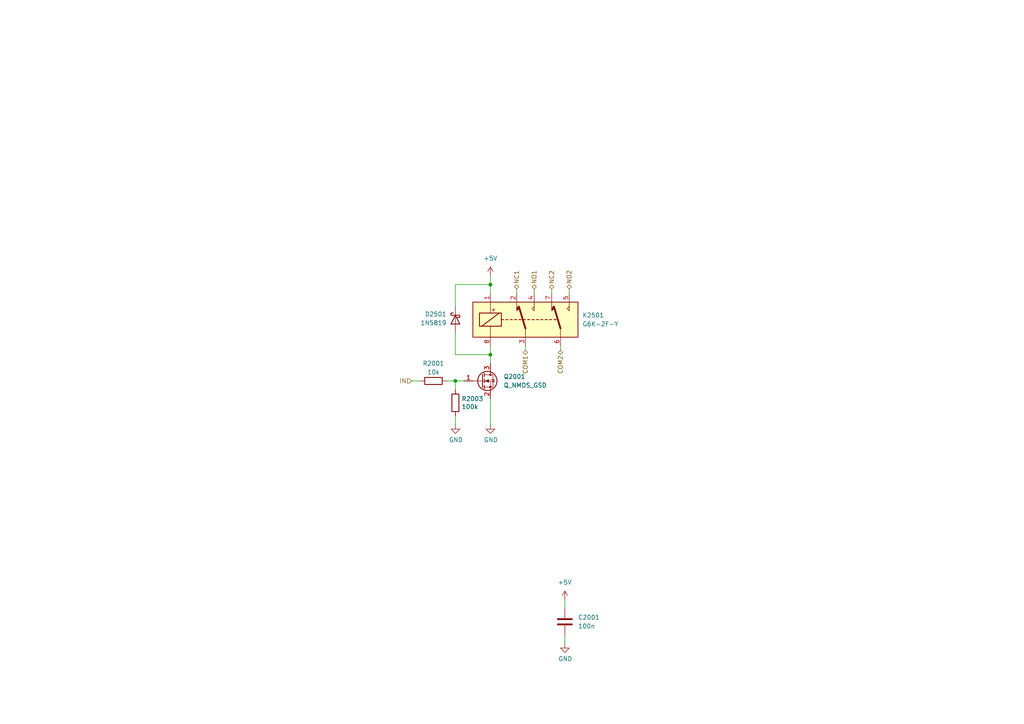
<source format=kicad_sch>
(kicad_sch (version 20211123) (generator eeschema)

  (uuid f44c4014-3636-4a0c-9c0b-1efe7e91179e)

  (paper "A4")

  (lib_symbols
    (symbol "AZ850-x_1" (in_bom yes) (on_board yes)
      (property "Reference" "K2501" (id 0) (at 16.51 1.2701 0)
        (effects (font (size 1.27 1.27)) (justify left))
      )
      (property "Value" "AZ850-x_1" (id 1) (at 16.51 -1.2699 0)
        (effects (font (size 1.27 1.27)) (justify left))
      )
      (property "Footprint" "Relay_SMD:Relay_DPDT_Omron_G6K-2F-Y" (id 2) (at 13.97 1.27 0)
        (effects (font (size 1.27 1.27)) hide)
      )
      (property "Datasheet" "http://www.azettler.com/pdfs/az850.pdf" (id 3) (at 0 0 0)
        (effects (font (size 1.27 1.27)) hide)
      )
      (property "ki_keywords" "Miniature Polarised Relay Dual Pole" (id 4) (at 0 0 0)
        (effects (font (size 1.27 1.27)) hide)
      )
      (property "ki_description" "American Zettler, Microminiature Polarised Dual Pole Relay" (id 5) (at 0 0 0)
        (effects (font (size 1.27 1.27)) hide)
      )
      (property "ki_fp_filters" "Relay*DPDT*FRT5*" (id 6) (at 0 0 0)
        (effects (font (size 1.27 1.27)) hide)
      )
      (symbol "AZ850-x_1_0_0"
        (text "+" (at -9.271 2.921 0)
          (effects (font (size 1.27 1.27)))
        )
      )
      (symbol "AZ850-x_1_0_1"
        (rectangle (start -15.24 5.08) (end 15.24 -5.08)
          (stroke (width 0.254) (type default) (color 0 0 0 0))
          (fill (type background))
        )
        (rectangle (start -13.335 1.905) (end -6.985 -1.905)
          (stroke (width 0.254) (type default) (color 0 0 0 0))
          (fill (type none))
        )
        (polyline
          (pts
            (xy -12.7 -1.905)
            (xy -7.62 1.905)
          )
          (stroke (width 0.254) (type default) (color 0 0 0 0))
          (fill (type none))
        )
        (polyline
          (pts
            (xy -10.16 -5.08)
            (xy -10.16 -1.905)
          )
          (stroke (width 0) (type default) (color 0 0 0 0))
          (fill (type none))
        )
        (polyline
          (pts
            (xy -10.16 5.08)
            (xy -10.16 1.905)
          )
          (stroke (width 0) (type default) (color 0 0 0 0))
          (fill (type none))
        )
        (polyline
          (pts
            (xy -6.985 0)
            (xy -6.35 0)
          )
          (stroke (width 0.254) (type default) (color 0 0 0 0))
          (fill (type none))
        )
        (polyline
          (pts
            (xy -5.715 0)
            (xy -5.08 0)
          )
          (stroke (width 0.254) (type default) (color 0 0 0 0))
          (fill (type none))
        )
        (polyline
          (pts
            (xy -4.445 0)
            (xy -3.81 0)
          )
          (stroke (width 0.254) (type default) (color 0 0 0 0))
          (fill (type none))
        )
        (polyline
          (pts
            (xy -3.175 0)
            (xy -2.54 0)
          )
          (stroke (width 0.254) (type default) (color 0 0 0 0))
          (fill (type none))
        )
        (polyline
          (pts
            (xy -1.905 0)
            (xy -1.27 0)
          )
          (stroke (width 0.254) (type default) (color 0 0 0 0))
          (fill (type none))
        )
        (polyline
          (pts
            (xy -0.635 0)
            (xy 0 0)
          )
          (stroke (width 0.254) (type default) (color 0 0 0 0))
          (fill (type none))
        )
        (polyline
          (pts
            (xy 0 -2.54)
            (xy -1.905 3.81)
          )
          (stroke (width 0.508) (type default) (color 0 0 0 0))
          (fill (type none))
        )
        (polyline
          (pts
            (xy 0 -2.54)
            (xy 0 -5.08)
          )
          (stroke (width 0) (type default) (color 0 0 0 0))
          (fill (type none))
        )
        (polyline
          (pts
            (xy 0.635 0)
            (xy 1.27 0)
          )
          (stroke (width 0.254) (type default) (color 0 0 0 0))
          (fill (type none))
        )
        (polyline
          (pts
            (xy 1.905 0)
            (xy 2.54 0)
          )
          (stroke (width 0.254) (type default) (color 0 0 0 0))
          (fill (type none))
        )
        (polyline
          (pts
            (xy 3.175 0)
            (xy 3.81 0)
          )
          (stroke (width 0.254) (type default) (color 0 0 0 0))
          (fill (type none))
        )
        (polyline
          (pts
            (xy 4.445 0)
            (xy 5.08 0)
          )
          (stroke (width 0.254) (type default) (color 0 0 0 0))
          (fill (type none))
        )
        (polyline
          (pts
            (xy 5.715 0)
            (xy 6.35 0)
          )
          (stroke (width 0.254) (type default) (color 0 0 0 0))
          (fill (type none))
        )
        (polyline
          (pts
            (xy 6.985 0)
            (xy 7.62 0)
          )
          (stroke (width 0.254) (type default) (color 0 0 0 0))
          (fill (type none))
        )
        (polyline
          (pts
            (xy 8.255 0)
            (xy 8.89 0)
          )
          (stroke (width 0.254) (type default) (color 0 0 0 0))
          (fill (type none))
        )
        (polyline
          (pts
            (xy 10.16 -2.54)
            (xy 8.255 3.81)
          )
          (stroke (width 0.508) (type default) (color 0 0 0 0))
          (fill (type none))
        )
        (polyline
          (pts
            (xy 10.16 -2.54)
            (xy 10.16 -5.08)
          )
          (stroke (width 0) (type default) (color 0 0 0 0))
          (fill (type none))
        )
        (polyline
          (pts
            (xy -2.54 5.08)
            (xy -2.54 2.54)
            (xy -1.905 3.175)
            (xy -2.54 3.81)
          )
          (stroke (width 0) (type default) (color 0 0 0 0))
          (fill (type outline))
        )
        (polyline
          (pts
            (xy 2.54 5.08)
            (xy 2.54 2.54)
            (xy 1.905 3.175)
            (xy 2.54 3.81)
          )
          (stroke (width 0) (type default) (color 0 0 0 0))
          (fill (type none))
        )
        (polyline
          (pts
            (xy 7.62 5.08)
            (xy 7.62 2.54)
            (xy 8.255 3.175)
            (xy 7.62 3.81)
          )
          (stroke (width 0) (type default) (color 0 0 0 0))
          (fill (type outline))
        )
        (polyline
          (pts
            (xy 12.7 5.08)
            (xy 12.7 2.54)
            (xy 12.065 3.175)
            (xy 12.7 3.81)
          )
          (stroke (width 0) (type default) (color 0 0 0 0))
          (fill (type none))
        )
      )
      (symbol "AZ850-x_1_1_1"
        (pin passive line (at -10.16 7.62 270) (length 2.54)
          (name "~" (effects (font (size 1.27 1.27))))
          (number "1" (effects (font (size 1.27 1.27))))
        )
        (pin passive line (at -2.54 7.62 270) (length 2.54)
          (name "~" (effects (font (size 1.27 1.27))))
          (number "2" (effects (font (size 1.27 1.27))))
        )
        (pin passive line (at 0 -7.62 90) (length 2.54)
          (name "~" (effects (font (size 1.27 1.27))))
          (number "3" (effects (font (size 1.27 1.27))))
        )
        (pin passive line (at 2.54 7.62 270) (length 2.54)
          (name "~" (effects (font (size 1.27 1.27))))
          (number "4" (effects (font (size 1.27 1.27))))
        )
        (pin passive line (at 12.7 7.62 270) (length 2.54)
          (name "~" (effects (font (size 1.27 1.27))))
          (number "5" (effects (font (size 1.27 1.27))))
        )
        (pin passive line (at 10.16 -7.62 90) (length 2.54)
          (name "~" (effects (font (size 1.27 1.27))))
          (number "6" (effects (font (size 1.27 1.27))))
        )
        (pin passive line (at 7.62 7.62 270) (length 2.54)
          (name "~" (effects (font (size 1.27 1.27))))
          (number "7" (effects (font (size 1.27 1.27))))
        )
        (pin passive line (at -10.16 -7.62 90) (length 2.54)
          (name "~" (effects (font (size 1.27 1.27))))
          (number "8" (effects (font (size 1.27 1.27))))
        )
      )
    )
    (symbol "Device:C" (pin_numbers hide) (pin_names (offset 0.254)) (in_bom yes) (on_board yes)
      (property "Reference" "C" (id 0) (at 0.635 2.54 0)
        (effects (font (size 1.27 1.27)) (justify left))
      )
      (property "Value" "C" (id 1) (at 0.635 -2.54 0)
        (effects (font (size 1.27 1.27)) (justify left))
      )
      (property "Footprint" "" (id 2) (at 0.9652 -3.81 0)
        (effects (font (size 1.27 1.27)) hide)
      )
      (property "Datasheet" "~" (id 3) (at 0 0 0)
        (effects (font (size 1.27 1.27)) hide)
      )
      (property "ki_keywords" "cap capacitor" (id 4) (at 0 0 0)
        (effects (font (size 1.27 1.27)) hide)
      )
      (property "ki_description" "Unpolarized capacitor" (id 5) (at 0 0 0)
        (effects (font (size 1.27 1.27)) hide)
      )
      (property "ki_fp_filters" "C_*" (id 6) (at 0 0 0)
        (effects (font (size 1.27 1.27)) hide)
      )
      (symbol "C_0_1"
        (polyline
          (pts
            (xy -2.032 -0.762)
            (xy 2.032 -0.762)
          )
          (stroke (width 0.508) (type default) (color 0 0 0 0))
          (fill (type none))
        )
        (polyline
          (pts
            (xy -2.032 0.762)
            (xy 2.032 0.762)
          )
          (stroke (width 0.508) (type default) (color 0 0 0 0))
          (fill (type none))
        )
      )
      (symbol "C_1_1"
        (pin passive line (at 0 3.81 270) (length 2.794)
          (name "~" (effects (font (size 1.27 1.27))))
          (number "1" (effects (font (size 1.27 1.27))))
        )
        (pin passive line (at 0 -3.81 90) (length 2.794)
          (name "~" (effects (font (size 1.27 1.27))))
          (number "2" (effects (font (size 1.27 1.27))))
        )
      )
    )
    (symbol "Device:Q_NMOS_GSD" (pin_names (offset 0) hide) (in_bom yes) (on_board yes)
      (property "Reference" "Q" (id 0) (at 5.08 1.27 0)
        (effects (font (size 1.27 1.27)) (justify left))
      )
      (property "Value" "Q_NMOS_GSD" (id 1) (at 5.08 -1.27 0)
        (effects (font (size 1.27 1.27)) (justify left))
      )
      (property "Footprint" "" (id 2) (at 5.08 2.54 0)
        (effects (font (size 1.27 1.27)) hide)
      )
      (property "Datasheet" "~" (id 3) (at 0 0 0)
        (effects (font (size 1.27 1.27)) hide)
      )
      (property "ki_keywords" "transistor NMOS N-MOS N-MOSFET" (id 4) (at 0 0 0)
        (effects (font (size 1.27 1.27)) hide)
      )
      (property "ki_description" "N-MOSFET transistor, gate/source/drain" (id 5) (at 0 0 0)
        (effects (font (size 1.27 1.27)) hide)
      )
      (symbol "Q_NMOS_GSD_0_1"
        (polyline
          (pts
            (xy 0.254 0)
            (xy -2.54 0)
          )
          (stroke (width 0) (type default) (color 0 0 0 0))
          (fill (type none))
        )
        (polyline
          (pts
            (xy 0.254 1.905)
            (xy 0.254 -1.905)
          )
          (stroke (width 0.254) (type default) (color 0 0 0 0))
          (fill (type none))
        )
        (polyline
          (pts
            (xy 0.762 -1.27)
            (xy 0.762 -2.286)
          )
          (stroke (width 0.254) (type default) (color 0 0 0 0))
          (fill (type none))
        )
        (polyline
          (pts
            (xy 0.762 0.508)
            (xy 0.762 -0.508)
          )
          (stroke (width 0.254) (type default) (color 0 0 0 0))
          (fill (type none))
        )
        (polyline
          (pts
            (xy 0.762 2.286)
            (xy 0.762 1.27)
          )
          (stroke (width 0.254) (type default) (color 0 0 0 0))
          (fill (type none))
        )
        (polyline
          (pts
            (xy 2.54 2.54)
            (xy 2.54 1.778)
          )
          (stroke (width 0) (type default) (color 0 0 0 0))
          (fill (type none))
        )
        (polyline
          (pts
            (xy 2.54 -2.54)
            (xy 2.54 0)
            (xy 0.762 0)
          )
          (stroke (width 0) (type default) (color 0 0 0 0))
          (fill (type none))
        )
        (polyline
          (pts
            (xy 0.762 -1.778)
            (xy 3.302 -1.778)
            (xy 3.302 1.778)
            (xy 0.762 1.778)
          )
          (stroke (width 0) (type default) (color 0 0 0 0))
          (fill (type none))
        )
        (polyline
          (pts
            (xy 1.016 0)
            (xy 2.032 0.381)
            (xy 2.032 -0.381)
            (xy 1.016 0)
          )
          (stroke (width 0) (type default) (color 0 0 0 0))
          (fill (type outline))
        )
        (polyline
          (pts
            (xy 2.794 0.508)
            (xy 2.921 0.381)
            (xy 3.683 0.381)
            (xy 3.81 0.254)
          )
          (stroke (width 0) (type default) (color 0 0 0 0))
          (fill (type none))
        )
        (polyline
          (pts
            (xy 3.302 0.381)
            (xy 2.921 -0.254)
            (xy 3.683 -0.254)
            (xy 3.302 0.381)
          )
          (stroke (width 0) (type default) (color 0 0 0 0))
          (fill (type none))
        )
        (circle (center 1.651 0) (radius 2.794)
          (stroke (width 0.254) (type default) (color 0 0 0 0))
          (fill (type none))
        )
        (circle (center 2.54 -1.778) (radius 0.254)
          (stroke (width 0) (type default) (color 0 0 0 0))
          (fill (type outline))
        )
        (circle (center 2.54 1.778) (radius 0.254)
          (stroke (width 0) (type default) (color 0 0 0 0))
          (fill (type outline))
        )
      )
      (symbol "Q_NMOS_GSD_1_1"
        (pin input line (at -5.08 0 0) (length 2.54)
          (name "G" (effects (font (size 1.27 1.27))))
          (number "1" (effects (font (size 1.27 1.27))))
        )
        (pin passive line (at 2.54 -5.08 90) (length 2.54)
          (name "S" (effects (font (size 1.27 1.27))))
          (number "2" (effects (font (size 1.27 1.27))))
        )
        (pin passive line (at 2.54 5.08 270) (length 2.54)
          (name "D" (effects (font (size 1.27 1.27))))
          (number "3" (effects (font (size 1.27 1.27))))
        )
      )
    )
    (symbol "Device:R" (pin_numbers hide) (pin_names (offset 0)) (in_bom yes) (on_board yes)
      (property "Reference" "R" (id 0) (at 2.032 0 90)
        (effects (font (size 1.27 1.27)))
      )
      (property "Value" "R" (id 1) (at 0 0 90)
        (effects (font (size 1.27 1.27)))
      )
      (property "Footprint" "" (id 2) (at -1.778 0 90)
        (effects (font (size 1.27 1.27)) hide)
      )
      (property "Datasheet" "~" (id 3) (at 0 0 0)
        (effects (font (size 1.27 1.27)) hide)
      )
      (property "ki_keywords" "R res resistor" (id 4) (at 0 0 0)
        (effects (font (size 1.27 1.27)) hide)
      )
      (property "ki_description" "Resistor" (id 5) (at 0 0 0)
        (effects (font (size 1.27 1.27)) hide)
      )
      (property "ki_fp_filters" "R_*" (id 6) (at 0 0 0)
        (effects (font (size 1.27 1.27)) hide)
      )
      (symbol "R_0_1"
        (rectangle (start -1.016 -2.54) (end 1.016 2.54)
          (stroke (width 0.254) (type default) (color 0 0 0 0))
          (fill (type none))
        )
      )
      (symbol "R_1_1"
        (pin passive line (at 0 3.81 270) (length 1.27)
          (name "~" (effects (font (size 1.27 1.27))))
          (number "1" (effects (font (size 1.27 1.27))))
        )
        (pin passive line (at 0 -3.81 90) (length 1.27)
          (name "~" (effects (font (size 1.27 1.27))))
          (number "2" (effects (font (size 1.27 1.27))))
        )
      )
    )
    (symbol "Diode:1N5819" (pin_numbers hide) (pin_names (offset 1.016) hide) (in_bom yes) (on_board yes)
      (property "Reference" "D" (id 0) (at 0 2.54 0)
        (effects (font (size 1.27 1.27)))
      )
      (property "Value" "1N5819" (id 1) (at 0 -2.54 0)
        (effects (font (size 1.27 1.27)))
      )
      (property "Footprint" "Diode_THT:D_DO-41_SOD81_P10.16mm_Horizontal" (id 2) (at 0 -4.445 0)
        (effects (font (size 1.27 1.27)) hide)
      )
      (property "Datasheet" "http://www.vishay.com/docs/88525/1n5817.pdf" (id 3) (at 0 0 0)
        (effects (font (size 1.27 1.27)) hide)
      )
      (property "ki_keywords" "diode Schottky" (id 4) (at 0 0 0)
        (effects (font (size 1.27 1.27)) hide)
      )
      (property "ki_description" "40V 1A Schottky Barrier Rectifier Diode, DO-41" (id 5) (at 0 0 0)
        (effects (font (size 1.27 1.27)) hide)
      )
      (property "ki_fp_filters" "D*DO?41*" (id 6) (at 0 0 0)
        (effects (font (size 1.27 1.27)) hide)
      )
      (symbol "1N5819_0_1"
        (polyline
          (pts
            (xy 1.27 0)
            (xy -1.27 0)
          )
          (stroke (width 0) (type default) (color 0 0 0 0))
          (fill (type none))
        )
        (polyline
          (pts
            (xy 1.27 1.27)
            (xy 1.27 -1.27)
            (xy -1.27 0)
            (xy 1.27 1.27)
          )
          (stroke (width 0.254) (type default) (color 0 0 0 0))
          (fill (type none))
        )
        (polyline
          (pts
            (xy -1.905 0.635)
            (xy -1.905 1.27)
            (xy -1.27 1.27)
            (xy -1.27 -1.27)
            (xy -0.635 -1.27)
            (xy -0.635 -0.635)
          )
          (stroke (width 0.254) (type default) (color 0 0 0 0))
          (fill (type none))
        )
      )
      (symbol "1N5819_1_1"
        (pin passive line (at -3.81 0 0) (length 2.54)
          (name "K" (effects (font (size 1.27 1.27))))
          (number "1" (effects (font (size 1.27 1.27))))
        )
        (pin passive line (at 3.81 0 180) (length 2.54)
          (name "A" (effects (font (size 1.27 1.27))))
          (number "2" (effects (font (size 1.27 1.27))))
        )
      )
    )
    (symbol "power:+5V" (power) (pin_names (offset 0)) (in_bom yes) (on_board yes)
      (property "Reference" "#PWR" (id 0) (at 0 -3.81 0)
        (effects (font (size 1.27 1.27)) hide)
      )
      (property "Value" "+5V" (id 1) (at 0 3.556 0)
        (effects (font (size 1.27 1.27)))
      )
      (property "Footprint" "" (id 2) (at 0 0 0)
        (effects (font (size 1.27 1.27)) hide)
      )
      (property "Datasheet" "" (id 3) (at 0 0 0)
        (effects (font (size 1.27 1.27)) hide)
      )
      (property "ki_keywords" "power-flag" (id 4) (at 0 0 0)
        (effects (font (size 1.27 1.27)) hide)
      )
      (property "ki_description" "Power symbol creates a global label with name \"+5V\"" (id 5) (at 0 0 0)
        (effects (font (size 1.27 1.27)) hide)
      )
      (symbol "+5V_0_1"
        (polyline
          (pts
            (xy -0.762 1.27)
            (xy 0 2.54)
          )
          (stroke (width 0) (type default) (color 0 0 0 0))
          (fill (type none))
        )
        (polyline
          (pts
            (xy 0 0)
            (xy 0 2.54)
          )
          (stroke (width 0) (type default) (color 0 0 0 0))
          (fill (type none))
        )
        (polyline
          (pts
            (xy 0 2.54)
            (xy 0.762 1.27)
          )
          (stroke (width 0) (type default) (color 0 0 0 0))
          (fill (type none))
        )
      )
      (symbol "+5V_1_1"
        (pin power_in line (at 0 0 90) (length 0) hide
          (name "+5V" (effects (font (size 1.27 1.27))))
          (number "1" (effects (font (size 1.27 1.27))))
        )
      )
    )
    (symbol "power:GND" (power) (pin_names (offset 0)) (in_bom yes) (on_board yes)
      (property "Reference" "#PWR" (id 0) (at 0 -6.35 0)
        (effects (font (size 1.27 1.27)) hide)
      )
      (property "Value" "GND" (id 1) (at 0 -3.81 0)
        (effects (font (size 1.27 1.27)))
      )
      (property "Footprint" "" (id 2) (at 0 0 0)
        (effects (font (size 1.27 1.27)) hide)
      )
      (property "Datasheet" "" (id 3) (at 0 0 0)
        (effects (font (size 1.27 1.27)) hide)
      )
      (property "ki_keywords" "power-flag" (id 4) (at 0 0 0)
        (effects (font (size 1.27 1.27)) hide)
      )
      (property "ki_description" "Power symbol creates a global label with name \"GND\" , ground" (id 5) (at 0 0 0)
        (effects (font (size 1.27 1.27)) hide)
      )
      (symbol "GND_0_1"
        (polyline
          (pts
            (xy 0 0)
            (xy 0 -1.27)
            (xy 1.27 -1.27)
            (xy 0 -2.54)
            (xy -1.27 -1.27)
            (xy 0 -1.27)
          )
          (stroke (width 0) (type default) (color 0 0 0 0))
          (fill (type none))
        )
      )
      (symbol "GND_1_1"
        (pin power_in line (at 0 0 270) (length 0) hide
          (name "GND" (effects (font (size 1.27 1.27))))
          (number "1" (effects (font (size 1.27 1.27))))
        )
      )
    )
  )


  (junction (at 142.24 82.55) (diameter 0) (color 0 0 0 0)
    (uuid 177cf96c-12ed-4863-a0ea-89340b9b3d0d)
  )
  (junction (at 142.24 102.87) (diameter 0) (color 0 0 0 0)
    (uuid 30678058-fe35-492c-9c4c-d77adc56ab69)
  )
  (junction (at 132.08 110.49) (diameter 0) (color 0 0 0 0)
    (uuid c4367312-ed8a-46bd-bcda-17b680bdf4f5)
  )

  (wire (pts (xy 132.08 82.55) (xy 142.24 82.55))
    (stroke (width 0) (type default) (color 0 0 0 0))
    (uuid 16fe4c3d-06bc-4156-96fa-4370058d7565)
  )
  (wire (pts (xy 149.86 83.82) (xy 149.86 85.09))
    (stroke (width 0) (type default) (color 0 0 0 0))
    (uuid 18127921-eb1f-4f14-8643-2a6877d2e87f)
  )
  (wire (pts (xy 142.24 82.55) (xy 142.24 85.09))
    (stroke (width 0) (type default) (color 0 0 0 0))
    (uuid 28ed18ce-e8ca-4b51-b88a-11893d79c476)
  )
  (wire (pts (xy 132.08 120.65) (xy 132.08 123.19))
    (stroke (width 0) (type default) (color 0 0 0 0))
    (uuid 3c9c4bc5-7f70-49f8-acc6-db7ea25c0eaa)
  )
  (wire (pts (xy 154.94 83.82) (xy 154.94 85.09))
    (stroke (width 0) (type default) (color 0 0 0 0))
    (uuid 53f7044d-26f2-4a4b-bf6c-ece819c63209)
  )
  (wire (pts (xy 142.24 115.57) (xy 142.24 123.19))
    (stroke (width 0) (type default) (color 0 0 0 0))
    (uuid 602bc405-2745-4914-a89e-b2b11cc67b5c)
  )
  (wire (pts (xy 132.08 110.49) (xy 132.08 113.03))
    (stroke (width 0) (type default) (color 0 0 0 0))
    (uuid 66594ab0-81da-411f-9837-d10661552b34)
  )
  (wire (pts (xy 152.4 101.6) (xy 152.4 100.33))
    (stroke (width 0) (type default) (color 0 0 0 0))
    (uuid 6b34e6ab-c57a-4fec-9d6e-c5c27d6828d1)
  )
  (wire (pts (xy 160.02 83.82) (xy 160.02 85.09))
    (stroke (width 0) (type default) (color 0 0 0 0))
    (uuid 6c88e253-af2f-41b9-823b-eb177f90b901)
  )
  (wire (pts (xy 132.08 96.52) (xy 132.08 102.87))
    (stroke (width 0) (type default) (color 0 0 0 0))
    (uuid 7434218d-8b30-4f4a-b752-e3fd6b4afa14)
  )
  (wire (pts (xy 132.08 110.49) (xy 134.62 110.49))
    (stroke (width 0) (type default) (color 0 0 0 0))
    (uuid 8a78e17f-ea5c-47ca-b449-27435a08c3c5)
  )
  (wire (pts (xy 142.24 100.33) (xy 142.24 102.87))
    (stroke (width 0) (type default) (color 0 0 0 0))
    (uuid 8e95f0a6-7ac7-474e-a5f0-68b5e76cf7f7)
  )
  (wire (pts (xy 162.56 101.6) (xy 162.56 100.33))
    (stroke (width 0) (type default) (color 0 0 0 0))
    (uuid 9052d093-25f5-4e06-bbdd-9960f243c6b1)
  )
  (wire (pts (xy 142.24 80.01) (xy 142.24 82.55))
    (stroke (width 0) (type default) (color 0 0 0 0))
    (uuid 9b99cc74-2bbf-422e-8381-ca20e989b601)
  )
  (wire (pts (xy 163.83 173.99) (xy 163.83 176.53))
    (stroke (width 0) (type default) (color 0 0 0 0))
    (uuid b148d508-e76d-4625-9272-51e0ad588910)
  )
  (wire (pts (xy 163.83 186.69) (xy 163.83 184.15))
    (stroke (width 0) (type default) (color 0 0 0 0))
    (uuid ba4a7a96-2cbc-40af-8958-e4f40b2169eb)
  )
  (wire (pts (xy 132.08 102.87) (xy 142.24 102.87))
    (stroke (width 0) (type default) (color 0 0 0 0))
    (uuid c42f0c87-22e5-40f5-a864-766727f1e07f)
  )
  (wire (pts (xy 129.54 110.49) (xy 132.08 110.49))
    (stroke (width 0) (type default) (color 0 0 0 0))
    (uuid cc60c01e-c7d8-4c8d-b52a-9377e347fe40)
  )
  (wire (pts (xy 132.08 82.55) (xy 132.08 88.9))
    (stroke (width 0) (type default) (color 0 0 0 0))
    (uuid d2d09b12-f289-4c5f-ae54-7aa6559d3d8e)
  )
  (wire (pts (xy 119.38 110.49) (xy 121.92 110.49))
    (stroke (width 0) (type default) (color 0 0 0 0))
    (uuid d71034ab-ee4f-41f3-aaeb-58cf6d05cd2a)
  )
  (wire (pts (xy 142.24 102.87) (xy 142.24 105.41))
    (stroke (width 0) (type default) (color 0 0 0 0))
    (uuid e644ade8-e430-41e1-ba45-66b731c4bf99)
  )
  (wire (pts (xy 165.1 83.82) (xy 165.1 85.09))
    (stroke (width 0) (type default) (color 0 0 0 0))
    (uuid fff77e66-8b33-43d9-a816-35fcfcf2b902)
  )

  (hierarchical_label "NO1" (shape bidirectional) (at 154.94 83.82 90)
    (effects (font (size 1.27 1.27)) (justify left))
    (uuid 019d6fef-f985-45f0-9ba0-5e8f35aa579a)
  )
  (hierarchical_label "COM1" (shape bidirectional) (at 152.4 101.6 270)
    (effects (font (size 1.27 1.27)) (justify right))
    (uuid 4673666f-aca0-4d5b-bd0a-8039822e83f6)
  )
  (hierarchical_label "NC1" (shape bidirectional) (at 149.86 83.82 90)
    (effects (font (size 1.27 1.27)) (justify left))
    (uuid 67fb8612-4a18-4a2d-a69f-f8c5822078c7)
  )
  (hierarchical_label "IN" (shape input) (at 119.38 110.49 180)
    (effects (font (size 1.27 1.27)) (justify right))
    (uuid 7ee108ea-f420-4a5e-bc0e-83f9940b045e)
  )
  (hierarchical_label "NC2" (shape bidirectional) (at 160.02 83.82 90)
    (effects (font (size 1.27 1.27)) (justify left))
    (uuid 813a0aa7-02ae-4938-866d-c02887c421ad)
  )
  (hierarchical_label "NO2" (shape bidirectional) (at 165.1 83.82 90)
    (effects (font (size 1.27 1.27)) (justify left))
    (uuid 8585121f-9707-4144-90b6-7947e739c2a4)
  )
  (hierarchical_label "COM2" (shape bidirectional) (at 162.56 101.6 270)
    (effects (font (size 1.27 1.27)) (justify right))
    (uuid ce4d09d3-a128-4cd2-b008-17d6b9f92113)
  )

  (symbol (lib_id "power:GND") (at 132.08 123.19 0) (unit 1)
    (in_bom yes) (on_board yes)
    (uuid 263513de-0798-436e-96b5-5b4f15e70116)
    (property "Reference" "#PWR02003" (id 0) (at 132.08 129.54 0)
      (effects (font (size 1.27 1.27)) hide)
    )
    (property "Value" "GND" (id 1) (at 132.207 127.5842 0))
    (property "Footprint" "" (id 2) (at 132.08 123.19 0)
      (effects (font (size 1.27 1.27)) hide)
    )
    (property "Datasheet" "" (id 3) (at 132.08 123.19 0)
      (effects (font (size 1.27 1.27)) hide)
    )
    (pin "1" (uuid 16de914a-285b-4625-87b1-5d29df402ce8))
  )

  (symbol (lib_id "Diode:1N5819") (at 132.08 92.71 90) (mirror x) (unit 1)
    (in_bom yes) (on_board yes) (fields_autoplaced)
    (uuid 28413a6e-b96b-47d3-8098-5e1b9f9d2c02)
    (property "Reference" "D2501" (id 0) (at 129.54 91.1224 90)
      (effects (font (size 1.27 1.27)) (justify left))
    )
    (property "Value" "1N5819" (id 1) (at 129.54 93.6624 90)
      (effects (font (size 1.27 1.27)) (justify left))
    )
    (property "Footprint" "Diode_SMD:D_SOD-323" (id 2) (at 136.525 92.71 0)
      (effects (font (size 1.27 1.27)) hide)
    )
    (property "Datasheet" "http://www.vishay.com/docs/88525/1n5817.pdf" (id 3) (at 132.08 92.71 0)
      (effects (font (size 1.27 1.27)) hide)
    )
    (pin "1" (uuid 4b36158f-6470-4494-af5e-25b31a915782))
    (pin "2" (uuid 460782e6-3656-4a0b-be32-96a7faa3504b))
  )

  (symbol (lib_id "power:+5V") (at 163.83 173.99 0) (unit 1)
    (in_bom yes) (on_board yes) (fields_autoplaced)
    (uuid 2b590e99-68ba-46b4-9807-8e3f3fc2096b)
    (property "Reference" "#PWR02013" (id 0) (at 163.83 177.8 0)
      (effects (font (size 1.27 1.27)) hide)
    )
    (property "Value" "+5V" (id 1) (at 163.83 168.91 0))
    (property "Footprint" "" (id 2) (at 163.83 173.99 0)
      (effects (font (size 1.27 1.27)) hide)
    )
    (property "Datasheet" "" (id 3) (at 163.83 173.99 0)
      (effects (font (size 1.27 1.27)) hide)
    )
    (pin "1" (uuid 97dacb59-1e8a-43ec-8b60-4009813bb97f))
  )

  (symbol (lib_id "Device:Q_NMOS_GSD") (at 139.7 110.49 0) (unit 1)
    (in_bom yes) (on_board yes) (fields_autoplaced)
    (uuid 30b9e559-8732-4178-8c2b-c714bd05a5b2)
    (property "Reference" "Q2001" (id 0) (at 146.05 109.2199 0)
      (effects (font (size 1.27 1.27)) (justify left))
    )
    (property "Value" "Q_NMOS_GSD" (id 1) (at 146.05 111.7599 0)
      (effects (font (size 1.27 1.27)) (justify left))
    )
    (property "Footprint" "Package_TO_SOT_SMD:SOT-23" (id 2) (at 144.78 107.95 0)
      (effects (font (size 1.27 1.27)) hide)
    )
    (property "Datasheet" "~" (id 3) (at 139.7 110.49 0)
      (effects (font (size 1.27 1.27)) hide)
    )
    (pin "1" (uuid 7c16b45e-7d54-4ae8-8f72-6f9d5f064eb5))
    (pin "2" (uuid b7fc2113-1a05-465a-92dc-f1ebc0559f2e))
    (pin "3" (uuid bf2e664c-611e-4f51-b58a-0c934461e6e1))
  )

  (symbol (lib_id "Device:R") (at 132.08 116.84 0) (unit 1)
    (in_bom yes) (on_board yes)
    (uuid 3572fb0b-e45d-4a73-86c8-e7d6d84acf59)
    (property "Reference" "R2003" (id 0) (at 133.858 115.6716 0)
      (effects (font (size 1.27 1.27)) (justify left))
    )
    (property "Value" "100k" (id 1) (at 133.858 117.983 0)
      (effects (font (size 1.27 1.27)) (justify left))
    )
    (property "Footprint" "Resistor_SMD:R_0603_1608Metric" (id 2) (at 130.302 116.84 90)
      (effects (font (size 1.27 1.27)) hide)
    )
    (property "Datasheet" "~" (id 3) (at 132.08 116.84 0)
      (effects (font (size 1.27 1.27)) hide)
    )
    (pin "1" (uuid 94501823-40c5-40ab-8382-48bdcefd9249))
    (pin "2" (uuid 0c31208e-935b-4502-8dd8-c6fe9e4739af))
  )

  (symbol (lib_id "power:GND") (at 142.24 123.19 0) (unit 1)
    (in_bom yes) (on_board yes)
    (uuid 3ceb31fe-bc26-4eb9-a129-2fc8692b8c1a)
    (property "Reference" "#PWR02004" (id 0) (at 142.24 129.54 0)
      (effects (font (size 1.27 1.27)) hide)
    )
    (property "Value" "GND" (id 1) (at 142.367 127.5842 0))
    (property "Footprint" "" (id 2) (at 142.24 123.19 0)
      (effects (font (size 1.27 1.27)) hide)
    )
    (property "Datasheet" "" (id 3) (at 142.24 123.19 0)
      (effects (font (size 1.27 1.27)) hide)
    )
    (pin "1" (uuid a923e2e8-d23d-439c-abca-4098878c35ef))
  )

  (symbol (lib_id "Device:R") (at 125.73 110.49 90) (unit 1)
    (in_bom yes) (on_board yes)
    (uuid 5be7cdb3-ac1c-4f29-a6a9-b3073355809a)
    (property "Reference" "R2001" (id 0) (at 125.73 105.41 90))
    (property "Value" "10k" (id 1) (at 125.73 107.95 90))
    (property "Footprint" "Resistor_SMD:R_0603_1608Metric" (id 2) (at 125.73 112.268 90)
      (effects (font (size 1.27 1.27)) hide)
    )
    (property "Datasheet" "~" (id 3) (at 125.73 110.49 0)
      (effects (font (size 1.27 1.27)) hide)
    )
    (pin "1" (uuid 11724bc7-d047-40cb-8843-de6332b54f64))
    (pin "2" (uuid b26c8805-fad9-4ad3-aaa0-97d7e0dbba8b))
  )

  (symbol (lib_id "power:+5V") (at 142.24 80.01 0) (unit 1)
    (in_bom yes) (on_board yes) (fields_autoplaced)
    (uuid 5f6bc60c-a23c-45a2-82bf-9411e0b7954e)
    (property "Reference" "#PWR02001" (id 0) (at 142.24 83.82 0)
      (effects (font (size 1.27 1.27)) hide)
    )
    (property "Value" "+5V" (id 1) (at 142.24 74.93 0))
    (property "Footprint" "" (id 2) (at 142.24 80.01 0)
      (effects (font (size 1.27 1.27)) hide)
    )
    (property "Datasheet" "" (id 3) (at 142.24 80.01 0)
      (effects (font (size 1.27 1.27)) hide)
    )
    (pin "1" (uuid b5c213c3-f52d-4cf5-b0dd-8dc63396372c))
  )

  (symbol (lib_id "Device:C") (at 163.83 180.34 0) (unit 1)
    (in_bom yes) (on_board yes) (fields_autoplaced)
    (uuid 63a64f2b-be09-4609-9656-73b5c715b8dd)
    (property "Reference" "C2001" (id 0) (at 167.64 179.0699 0)
      (effects (font (size 1.27 1.27)) (justify left))
    )
    (property "Value" "100n" (id 1) (at 167.64 181.6099 0)
      (effects (font (size 1.27 1.27)) (justify left))
    )
    (property "Footprint" "Capacitor_SMD:C_0603_1608Metric" (id 2) (at 164.7952 184.15 0)
      (effects (font (size 1.27 1.27)) hide)
    )
    (property "Datasheet" "~" (id 3) (at 163.83 180.34 0)
      (effects (font (size 1.27 1.27)) hide)
    )
    (pin "1" (uuid a0c4fe0a-96cd-40b4-87b2-85e16a222db8))
    (pin "2" (uuid 04ab7da3-ee3f-4168-89b6-f0a8deef5472))
  )

  (symbol (lib_id "power:GND") (at 163.83 186.69 0) (unit 1)
    (in_bom yes) (on_board yes)
    (uuid 653ea410-a739-4eee-843d-78ec8281227b)
    (property "Reference" "#PWR02017" (id 0) (at 163.83 193.04 0)
      (effects (font (size 1.27 1.27)) hide)
    )
    (property "Value" "GND" (id 1) (at 163.957 191.0842 0))
    (property "Footprint" "" (id 2) (at 163.83 186.69 0)
      (effects (font (size 1.27 1.27)) hide)
    )
    (property "Datasheet" "" (id 3) (at 163.83 186.69 0)
      (effects (font (size 1.27 1.27)) hide)
    )
    (pin "1" (uuid 0e568bdc-4f27-43fb-977d-2c8481ce176c))
  )

  (symbol (lib_name "AZ850-x_1") (lib_id "Relay:AZ850-x") (at 152.4 92.71 0) (unit 1)
    (in_bom yes) (on_board yes) (fields_autoplaced)
    (uuid cb856c7a-6cc4-4772-9a94-2e342ee2d50c)
    (property "Reference" "K2501" (id 0) (at 168.91 91.4399 0)
      (effects (font (size 1.27 1.27)) (justify left))
    )
    (property "Value" "G6K-2F-Y" (id 1) (at 168.91 93.9799 0)
      (effects (font (size 1.27 1.27)) (justify left))
    )
    (property "Footprint" "Relay_SMD:Relay_DPDT_Omron_G6K-2F-Y" (id 2) (at 166.37 91.44 0)
      (effects (font (size 1.27 1.27)) hide)
    )
    (property "Datasheet" "http://www.azettler.com/pdfs/az850.pdf" (id 3) (at 152.4 92.71 0)
      (effects (font (size 1.27 1.27)) hide)
    )
    (pin "1" (uuid d6ba5371-7e5b-4bbf-a6ec-448d9e2a9a8b))
    (pin "2" (uuid 17d85726-66ca-4aa0-8d1f-1905b3c832ac))
    (pin "3" (uuid 68755848-2574-4478-b21b-23d31e0347ac))
    (pin "4" (uuid 26ef1509-e31b-4683-88d5-e8203e172161))
    (pin "5" (uuid aed13d62-1cd9-4270-93e6-ca70897c5808))
    (pin "6" (uuid 1238bfa5-e1ee-4cb5-b040-8861570d8fab))
    (pin "7" (uuid cbc482cb-8ae7-46ee-87e9-906a004d5e88))
    (pin "8" (uuid 0f9020ff-a656-4beb-b30b-3b428ab8a246))
  )
)

</source>
